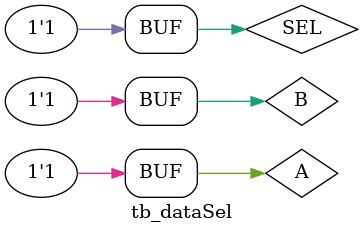
<source format=v>
`timescale 1ns / 1ps


module tb_dataSel(

    );
    reg A;
    reg B;
    reg SEL;
    
    wire Q;
    data_selector1 CUT (A,B,SEL,Q);
    
    initial begin
        A=0; B=0; SEL=0; #100;
        A=0; B=0; SEL=1; #100;
        A=0; B=1; SEL=0; #100;
        A=0; B=1; SEL=1; #100;
        A=1; B=1; SEL=0; #100;
        A=1; B=1; SEL=1; #100;
    end
    

endmodule
</source>
